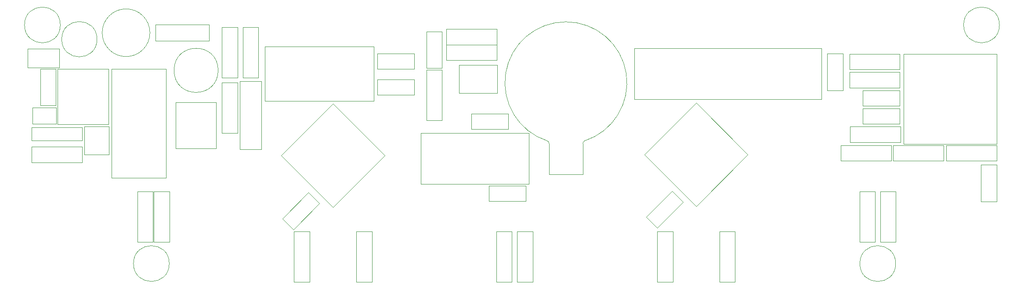
<source format=gbr>
%TF.GenerationSoftware,KiCad,Pcbnew,8.0.4+1*%
%TF.CreationDate,2024-10-13T16:33:14+00:00*%
%TF.ProjectId,nixie,6e697869-652e-46b6-9963-61645f706362,v1.1*%
%TF.SameCoordinates,Original*%
%TF.FileFunction,Other,User*%
%FSLAX46Y46*%
G04 Gerber Fmt 4.6, Leading zero omitted, Abs format (unit mm)*
G04 Created by KiCad (PCBNEW 8.0.4+1) date 2024-10-13 16:33:14*
%MOMM*%
%LPD*%
G01*
G04 APERTURE LIST*
%ADD10C,0.050000*%
%ADD11C,0.100000*%
G04 APERTURE END LIST*
D10*
%TO.C,U1*%
X148900000Y-85880000D02*
X148900000Y-95680000D01*
X148900000Y-95680000D02*
X169750000Y-95680000D01*
X169750000Y-85880000D02*
X148900000Y-85880000D01*
X169750000Y-95680000D02*
X169750000Y-85880000D01*
%TO.C,RV1*%
X101720000Y-79950000D02*
X101720000Y-88850000D01*
X101720000Y-88850000D02*
X109520000Y-88850000D01*
X109520000Y-79950000D02*
X101720000Y-79950000D01*
X109520000Y-88850000D02*
X109520000Y-79950000D01*
%TO.C,R4*%
X114620000Y-65450000D02*
X114620000Y-75170000D01*
X114620000Y-75170000D02*
X117620000Y-75170000D01*
X117620000Y-65450000D02*
X114620000Y-65450000D01*
X117620000Y-75170000D02*
X117620000Y-65450000D01*
%TO.C,D3*%
X114070000Y-75890000D02*
X114070000Y-88950000D01*
X114070000Y-88950000D02*
X118170000Y-88950000D01*
X118170000Y-75890000D02*
X114070000Y-75890000D01*
X118170000Y-88950000D02*
X118170000Y-75890000D01*
%TO.C,C13*%
X234150000Y-81100000D02*
X234150000Y-84100000D01*
X234150000Y-84100000D02*
X241250000Y-84100000D01*
X241250000Y-81100000D02*
X234150000Y-81100000D01*
X241250000Y-84100000D02*
X241250000Y-81100000D01*
%TO.C,C10*%
X192329111Y-102049569D02*
X194450431Y-104170889D01*
X194450431Y-104170889D02*
X199470889Y-99150431D01*
X197349569Y-97029111D02*
X192329111Y-102049569D01*
X199470889Y-99150431D02*
X197349569Y-97029111D01*
%TO.C,R2*%
X110620000Y-65450000D02*
X110620000Y-75170000D01*
X110620000Y-75170000D02*
X113620000Y-75170000D01*
X113620000Y-65450000D02*
X110620000Y-65450000D01*
X113620000Y-75170000D02*
X113620000Y-65450000D01*
%TO.C,L1*%
X96720000Y-66500000D02*
G75*
G02*
X87520000Y-66500000I-4600000J0D01*
G01*
X87520000Y-66500000D02*
G75*
G02*
X96720000Y-66500000I4600000J0D01*
G01*
%TO.C,C5*%
X86520000Y-67750000D02*
G75*
G02*
X79720000Y-67750000I-3400000J0D01*
G01*
X79720000Y-67750000D02*
G75*
G02*
X86520000Y-67750000I3400000J0D01*
G01*
%TO.C,BT1*%
X173649999Y-93800001D02*
X173649999Y-87850000D01*
X180149999Y-93800001D02*
X173649999Y-93800001D01*
X180149999Y-93800001D02*
X180149999Y-87850000D01*
X173299999Y-87340000D02*
G75*
G02*
X173650000Y-87850000I-196570J-510000D01*
G01*
X173299999Y-87340000D02*
G75*
G02*
X176899999Y-64400000I3596157J11188127D01*
G01*
X176899999Y-64400000D02*
G75*
G02*
X180499999Y-87340001I3845J-11751873D01*
G01*
X180149999Y-87850000D02*
G75*
G02*
X180499999Y-87340000I546630J-40D01*
G01*
%TO.C,C2*%
X74070000Y-80950000D02*
X74070000Y-84050000D01*
X74070000Y-84050000D02*
X78670000Y-84050000D01*
X78670000Y-80950000D02*
X74070000Y-80950000D01*
X78670000Y-84050000D02*
X78670000Y-80950000D01*
%TO.C,R14*%
X206500000Y-104830000D02*
X206500000Y-114550000D01*
X206500000Y-114550000D02*
X209500000Y-114550000D01*
X209500000Y-104830000D02*
X206500000Y-104830000D01*
X209500000Y-114550000D02*
X209500000Y-104830000D01*
%TO.C,U3*%
X132000000Y-80176419D02*
X122029794Y-90146625D01*
X132000000Y-100116831D02*
X122029794Y-90146625D01*
X141970206Y-90146625D02*
X132000000Y-80176419D01*
X141970206Y-90146625D02*
X132000000Y-100116831D01*
%TO.C,R19*%
X231530000Y-70600000D02*
X231530000Y-73600000D01*
X231530000Y-73600000D02*
X241250000Y-73600000D01*
X241250000Y-70600000D02*
X231530000Y-70600000D01*
X241250000Y-73600000D02*
X241250000Y-70600000D01*
%TO.C,R6*%
X163500000Y-104830000D02*
X163500000Y-114550000D01*
X163500000Y-114550000D02*
X166500000Y-114550000D01*
X166500000Y-104830000D02*
X163500000Y-104830000D01*
X166500000Y-114550000D02*
X166500000Y-104830000D01*
%TO.C,U6*%
X190050000Y-69500000D02*
X190050000Y-79300000D01*
X190050000Y-79300000D02*
X226150001Y-79300000D01*
X226150000Y-69500000D02*
X190050000Y-69500000D01*
X226150001Y-79300000D02*
X226150000Y-69500000D01*
%TO.C,R23*%
X250200000Y-88199500D02*
X250200000Y-91199500D01*
X250200000Y-91199500D02*
X259920000Y-91199500D01*
X259920000Y-88199500D02*
X250200000Y-88199500D01*
X259920000Y-91199500D02*
X259920000Y-88199500D01*
%TO.C,R1*%
X73950000Y-88500000D02*
X73950000Y-91500000D01*
X73950000Y-91500000D02*
X83670000Y-91500000D01*
X83670000Y-88500000D02*
X73950000Y-88500000D01*
X83670000Y-91500000D02*
X83670000Y-88500000D01*
%TO.C,U7*%
X156300000Y-72700000D02*
X156300000Y-78100000D01*
X156300000Y-78100000D02*
X163700000Y-78100000D01*
X163700000Y-72700000D02*
X156300000Y-72700000D01*
X163700000Y-78100000D02*
X163700000Y-72700000D01*
%TO.C,R16*%
X231530000Y-74100000D02*
X231530000Y-77100000D01*
X231530000Y-77100000D02*
X241250000Y-77100000D01*
X241250000Y-74100000D02*
X231530000Y-74100000D01*
X241250000Y-77100000D02*
X241250000Y-74100000D01*
%TO.C,Q1*%
X84110000Y-90000000D02*
X84110000Y-84540000D01*
X84110000Y-90000000D02*
X88850000Y-90000000D01*
X88850000Y-84540000D02*
X84110000Y-84540000D01*
X88850000Y-84540000D02*
X88850000Y-90000000D01*
%TO.C,R8*%
X97500000Y-97140000D02*
X97500000Y-106860000D01*
X97500000Y-106860000D02*
X100500000Y-106860000D01*
X100500000Y-97140000D02*
X97500000Y-97140000D01*
X100500000Y-106860000D02*
X100500000Y-97140000D01*
%TO.C,C11*%
X227280000Y-70550000D02*
X227280000Y-77650000D01*
X227280000Y-77650000D02*
X230280000Y-77650000D01*
X230280000Y-70550000D02*
X227280000Y-70550000D01*
X230280000Y-77650000D02*
X230280000Y-70550000D01*
%TO.C,R7*%
X233500000Y-97140000D02*
X233500000Y-106860000D01*
X233500000Y-106860000D02*
X236500000Y-106860000D01*
X236500000Y-97140000D02*
X233500000Y-97140000D01*
X236500000Y-106860000D02*
X236500000Y-97140000D01*
%TO.C,U5*%
X202000000Y-80029794D02*
X192029794Y-90000000D01*
X202000000Y-99970206D02*
X192029794Y-90000000D01*
X211970206Y-90000000D02*
X202000000Y-80029794D01*
X211970206Y-90000000D02*
X202000000Y-99970206D01*
%TO.C,U2*%
X78900000Y-73450000D02*
X78900000Y-84150000D01*
X78900000Y-84150000D02*
X88700000Y-84150000D01*
X88700000Y-73450000D02*
X78900000Y-73450000D01*
X88700000Y-84150000D02*
X88700000Y-73450000D01*
%TO.C,R18*%
X231650000Y-84600000D02*
X231650000Y-87600000D01*
X231650000Y-87600000D02*
X241370000Y-87600000D01*
X241370000Y-84600000D02*
X231650000Y-84600000D01*
X241370000Y-87600000D02*
X241370000Y-84600000D01*
%TO.C,C12*%
X234150000Y-77600000D02*
X234150000Y-80600000D01*
X234150000Y-80600000D02*
X241250000Y-80600000D01*
X241250000Y-77600000D02*
X234150000Y-77600000D01*
X241250000Y-80600000D02*
X241250000Y-77600000D01*
%TO.C,C15*%
X256900000Y-91950000D02*
X256900000Y-99050000D01*
X256900000Y-99050000D02*
X259900000Y-99050000D01*
X259900000Y-91950000D02*
X256900000Y-91950000D01*
X259900000Y-99050000D02*
X259900000Y-91950000D01*
%TO.C,R3*%
X110620000Y-76140000D02*
X110620000Y-85860000D01*
X110620000Y-85860000D02*
X113620000Y-85860000D01*
X113620000Y-76140000D02*
X110620000Y-76140000D01*
X113620000Y-85860000D02*
X113620000Y-76140000D01*
%TO.C,C7*%
X140550000Y-70500000D02*
X140550000Y-73500000D01*
X140550000Y-73500000D02*
X147650000Y-73500000D01*
X147650000Y-70500000D02*
X140550000Y-70500000D01*
X147650000Y-73500000D02*
X147650000Y-70500000D01*
%TO.C,R10*%
X237500000Y-97140000D02*
X237500000Y-106860000D01*
X237500000Y-106860000D02*
X240500000Y-106860000D01*
X240500000Y-97140000D02*
X237500000Y-97140000D01*
X240500000Y-106860000D02*
X240500000Y-97140000D01*
%TO.C,H4*%
X100450000Y-111000000D02*
G75*
G02*
X93550000Y-111000000I-3450000J0D01*
G01*
X93550000Y-111000000D02*
G75*
G02*
X100450000Y-111000000I3450000J0D01*
G01*
%TO.C,C3*%
X122261344Y-102317336D02*
X124382664Y-104438656D01*
X124382664Y-104438656D02*
X129403122Y-99418198D01*
X127281802Y-97296878D02*
X122261344Y-102317336D01*
X129403122Y-99418198D02*
X127281802Y-97296878D01*
%TO.C,Q2*%
X89370000Y-73520000D02*
X89370000Y-94480000D01*
X89370000Y-94480000D02*
X99870000Y-94480000D01*
X99870000Y-73520000D02*
X89370000Y-73520000D01*
X99870000Y-94480000D02*
X99870000Y-73520000D01*
%TO.C,R5*%
X94300000Y-97140000D02*
X94300000Y-106860000D01*
X94300000Y-106860000D02*
X97300000Y-106860000D01*
X97300000Y-97140000D02*
X94300000Y-97140000D01*
X97300000Y-106860000D02*
X97300000Y-97140000D01*
%TO.C,R13*%
X136500000Y-104830000D02*
X136500000Y-114550000D01*
X136500000Y-114550000D02*
X139500000Y-114550000D01*
X139500000Y-104830000D02*
X136500000Y-104830000D01*
X139500000Y-114550000D02*
X139500000Y-104830000D01*
%TO.C,C9*%
X109870000Y-73750000D02*
G75*
G02*
X101370000Y-73750000I-4250000J0D01*
G01*
X101370000Y-73750000D02*
G75*
G02*
X109870000Y-73750000I4250000J0D01*
G01*
%TO.C,R17*%
X153855000Y-65805000D02*
X153855000Y-68805000D01*
X153855000Y-68805000D02*
X163575000Y-68805000D01*
X163575000Y-65805000D02*
X153855000Y-65805000D01*
X163575000Y-68805000D02*
X163575000Y-65805000D01*
%TO.C,R11*%
X124500000Y-104830000D02*
X124500000Y-114550000D01*
X124500000Y-114550000D02*
X127500000Y-114550000D01*
X127500000Y-104830000D02*
X124500000Y-104830000D01*
X127500000Y-114550000D02*
X127500000Y-104830000D01*
%TO.C,U4*%
X118920000Y-69150000D02*
X118920000Y-79650000D01*
X118920000Y-79650000D02*
X139880000Y-79650000D01*
X139880000Y-69150000D02*
X118920000Y-69150000D01*
X139880000Y-79650000D02*
X139880000Y-69150000D01*
%TO.C,H2*%
X260450000Y-65000000D02*
G75*
G02*
X253550000Y-65000000I-3450000J0D01*
G01*
X253550000Y-65000000D02*
G75*
G02*
X260450000Y-65000000I3450000J0D01*
G01*
%TO.C,H3*%
X240450000Y-111000000D02*
G75*
G02*
X233550000Y-111000000I-3450000J0D01*
G01*
X233550000Y-111000000D02*
G75*
G02*
X240450000Y-111000000I3450000J0D01*
G01*
%TO.C,H1*%
X79450000Y-65000000D02*
G75*
G02*
X72550000Y-65000000I-3450000J0D01*
G01*
X72550000Y-65000000D02*
G75*
G02*
X79450000Y-65000000I3450000J0D01*
G01*
%TO.C,R12*%
X194500000Y-104830000D02*
X194500000Y-114550000D01*
X194500000Y-114550000D02*
X197500000Y-114550000D01*
X197500000Y-104830000D02*
X194500000Y-104830000D01*
X197500000Y-114550000D02*
X197500000Y-104830000D01*
%TO.C,D2*%
X97770000Y-64900000D02*
X97770000Y-68100000D01*
X97770000Y-68100000D02*
X108090000Y-68100000D01*
X108090000Y-64900000D02*
X97770000Y-64900000D01*
X108090000Y-68100000D02*
X108090000Y-64900000D01*
%TO.C,R15*%
X153855000Y-68805000D02*
X153855000Y-71805000D01*
X153855000Y-71805000D02*
X163575000Y-71805000D01*
X163575000Y-68805000D02*
X153855000Y-68805000D01*
X163575000Y-71805000D02*
X163575000Y-68805000D01*
D11*
%TO.C,SW1*%
X241950000Y-70642000D02*
X259950000Y-70642000D01*
X241950000Y-87957000D02*
X241950000Y-70642000D01*
X259950000Y-70642000D02*
X259950000Y-87957000D01*
X259950000Y-87957000D02*
X241950000Y-87957000D01*
D10*
%TO.C,J2*%
X73125000Y-69600000D02*
X73125000Y-73200000D01*
X73125000Y-73200000D02*
X79275000Y-73200000D01*
X79275000Y-69600000D02*
X73125000Y-69600000D01*
X79275000Y-73200000D02*
X79275000Y-69600000D01*
%TO.C,R21*%
X239980000Y-88199500D02*
X239980000Y-91199500D01*
X239980000Y-91199500D02*
X249700000Y-91199500D01*
X249700000Y-88199500D02*
X239980000Y-88199500D01*
X249700000Y-91199500D02*
X249700000Y-88199500D01*
%TO.C,C8*%
X162050000Y-96000000D02*
X162050000Y-99000000D01*
X162050000Y-99000000D02*
X169150000Y-99000000D01*
X169150000Y-96000000D02*
X162050000Y-96000000D01*
X169150000Y-99000000D02*
X169150000Y-96000000D01*
%TO.C,C14*%
X150025000Y-66255000D02*
X150025000Y-73355000D01*
X150025000Y-73355000D02*
X153025000Y-73355000D01*
X153025000Y-66255000D02*
X150025000Y-66255000D01*
X153025000Y-73355000D02*
X153025000Y-66255000D01*
%TO.C,C6*%
X158650000Y-82100000D02*
X158650000Y-85100000D01*
X158650000Y-85100000D02*
X165750000Y-85100000D01*
X165750000Y-82100000D02*
X158650000Y-82100000D01*
X165750000Y-85100000D02*
X165750000Y-82100000D01*
%TO.C,R9*%
X167500000Y-104830000D02*
X167500000Y-114550000D01*
X167500000Y-114550000D02*
X170500000Y-114550000D01*
X170500000Y-104830000D02*
X167500000Y-104830000D01*
X170500000Y-114550000D02*
X170500000Y-104830000D01*
%TO.C,D1*%
X73950000Y-84750000D02*
X73950000Y-87250000D01*
X73950000Y-87250000D02*
X83670000Y-87250000D01*
X83670000Y-84750000D02*
X73950000Y-84750000D01*
X83670000Y-87250000D02*
X83670000Y-84750000D01*
%TO.C,R22*%
X150025000Y-73635000D02*
X150025000Y-83355000D01*
X150025000Y-83355000D02*
X153025000Y-83355000D01*
X153025000Y-73635000D02*
X150025000Y-73635000D01*
X153025000Y-83355000D02*
X153025000Y-73635000D01*
%TO.C,C4*%
X140550000Y-75500000D02*
X140550000Y-78500000D01*
X140550000Y-78500000D02*
X147650000Y-78500000D01*
X147650000Y-75500000D02*
X140550000Y-75500000D01*
X147650000Y-78500000D02*
X147650000Y-75500000D01*
%TO.C,R20*%
X229880000Y-88199500D02*
X229880000Y-91199500D01*
X229880000Y-91199500D02*
X239600000Y-91199500D01*
X239600000Y-88199500D02*
X229880000Y-88199500D01*
X239600000Y-91199500D02*
X239600000Y-88199500D01*
%TO.C,C1*%
X75620000Y-73450000D02*
X75620000Y-80550000D01*
X75620000Y-80550000D02*
X78620000Y-80550000D01*
X78620000Y-73450000D02*
X75620000Y-73450000D01*
X78620000Y-80550000D02*
X78620000Y-73450000D01*
%TD*%
M02*

</source>
